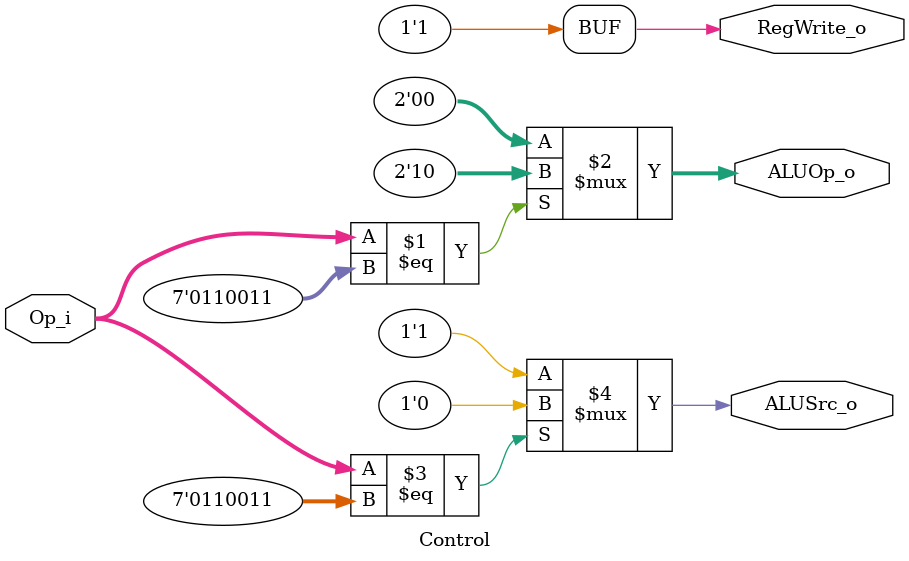
<source format=v>
module Control
(
	Op_i, // opcode
	ALUOp_o,
	ALUSrc_o,
	RegWrite_o
);

input [6:0] Op_i;
output [1:0] ALUOp_o;
output ALUSrc_o;
output RegWrite_o;

assign ALUOp_o = (Op_i == 7'b0110011)? 2'b10 : 2'b00;
// b10: r-type, b00: addi srai
assign ALUSrc_o = (Op_i == 7'b0110011) ? 1'b0 : 1'b1; 
assign RegWrite_o = 1'b1; // all operations require to modify register


endmodule
</source>
